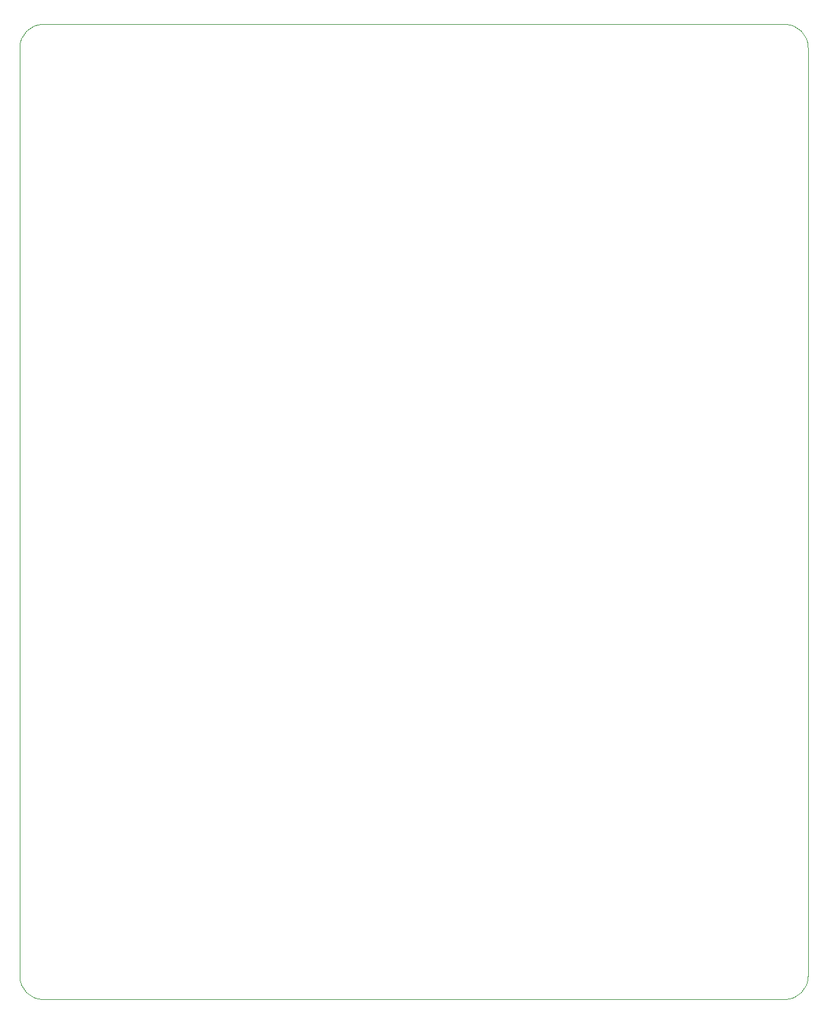
<source format=gbr>
G04*
G04 #@! TF.GenerationSoftware,Altium Limited,Altium Designer,22.4.2 (48)*
G04*
G04 Layer_Color=0*
%FSLAX24Y24*%
%MOIN*%
G70*
G04*
G04 #@! TF.SameCoordinates,ADE9840D-4DCF-43C8-90FB-517E77D495FD*
G04*
G04*
G04 #@! TF.FilePolarity,Positive*
G04*
G01*
G75*
%ADD77C,0.0010*%
D77*
X8750Y10000D02*
Y60000D01*
D02*
G02*
X10000Y61250I1250J0D01*
G01*
X50000D01*
D02*
G02*
X51250Y60000I0J-1250D01*
G01*
Y10000D01*
D02*
G02*
X50000Y8750I-1250J0D01*
G01*
X10000D01*
D02*
G02*
X8750Y10000I0J1250D01*
G01*
M02*

</source>
